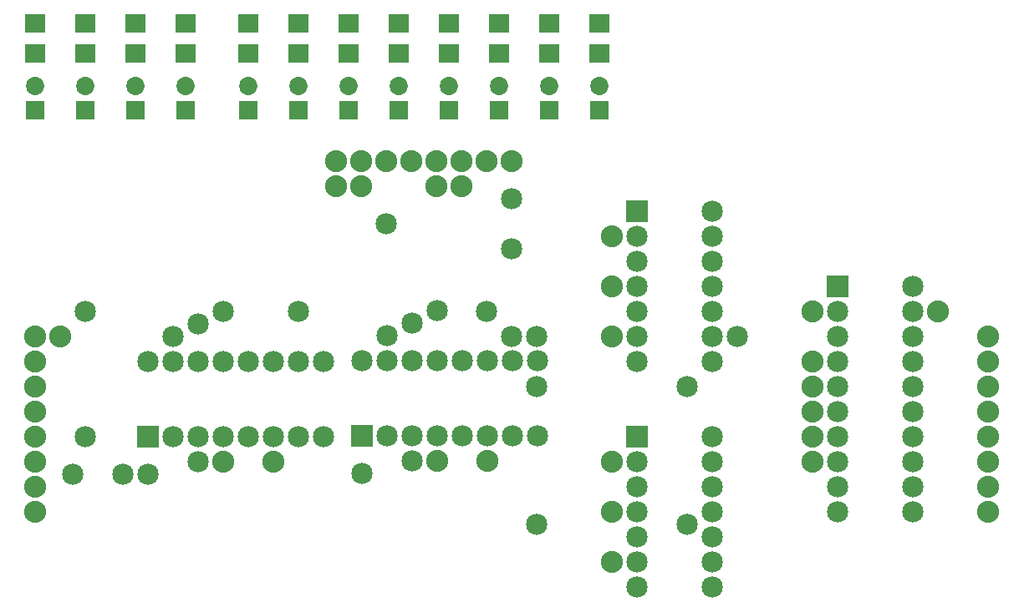
<source format=gbs>
G04 MADE WITH FRITZING*
G04 WWW.FRITZING.ORG*
G04 SINGLE SIDED*
G04 HOLES NOT PLATED*
G04 CONTOUR ON CENTER OF CONTOUR VECTOR*
%ASAXBY*%
%FSLAX23Y23*%
%MOIN*%
%OFA0B0*%
%SFA1.0B1.0*%
%ADD10C,0.085000*%
%ADD11C,0.088000*%
%ADD12C,0.072992*%
%ADD13R,0.085000X0.085000*%
%ADD14R,0.072992X0.072992*%
%ADD15R,0.084803X0.072992*%
%LNMASK0*%
G90*
G70*
G54D10*
X1666Y777D03*
X1666Y1077D03*
X1766Y777D03*
X1766Y1077D03*
X1866Y777D03*
X1866Y1077D03*
X1966Y777D03*
X1966Y1077D03*
X2066Y777D03*
X2066Y1077D03*
X2166Y777D03*
X2166Y1077D03*
X2266Y777D03*
X2266Y1077D03*
X2366Y777D03*
X2366Y1077D03*
X814Y776D03*
X814Y1076D03*
X914Y776D03*
X914Y1076D03*
X1014Y776D03*
X1014Y1076D03*
X1114Y776D03*
X1114Y1076D03*
X1214Y776D03*
X1214Y1076D03*
X1314Y776D03*
X1314Y1076D03*
X1414Y776D03*
X1414Y1076D03*
X1514Y776D03*
X1514Y1076D03*
X2764Y1676D03*
X3064Y1676D03*
X2764Y1576D03*
X3064Y1576D03*
X2764Y1476D03*
X3064Y1476D03*
X2764Y1376D03*
X3064Y1376D03*
X2764Y1276D03*
X3064Y1276D03*
X2764Y1176D03*
X3064Y1176D03*
X2764Y1076D03*
X3064Y1076D03*
X2764Y776D03*
X3064Y776D03*
X2764Y676D03*
X3064Y676D03*
X2764Y576D03*
X3064Y576D03*
X2764Y476D03*
X3064Y476D03*
X2764Y376D03*
X3064Y376D03*
X2764Y276D03*
X3064Y276D03*
X2764Y176D03*
X3064Y176D03*
X1114Y1276D03*
X1966Y1277D03*
X1014Y1226D03*
X1866Y1227D03*
X914Y1176D03*
X1766Y1177D03*
X1014Y676D03*
X1866Y677D03*
X814Y626D03*
X1666Y627D03*
G54D11*
X364Y1176D03*
X364Y1076D03*
X364Y976D03*
X364Y876D03*
X364Y776D03*
X364Y676D03*
X364Y576D03*
X364Y476D03*
X3464Y1276D03*
X2664Y1176D03*
X2664Y1376D03*
X2664Y1576D03*
X2664Y276D03*
X2664Y476D03*
X2664Y676D03*
X3464Y876D03*
X3464Y776D03*
X3464Y676D03*
X4164Y476D03*
X4164Y576D03*
X4164Y676D03*
X4164Y776D03*
X4164Y876D03*
X4164Y976D03*
X4164Y1076D03*
X4164Y1176D03*
X2166Y677D03*
X1966Y677D03*
X1314Y676D03*
X1114Y676D03*
X1964Y1776D03*
X2064Y1776D03*
X1564Y1776D03*
X1664Y1776D03*
X1564Y1876D03*
X1664Y1876D03*
X1764Y1876D03*
X1864Y1876D03*
X1964Y1876D03*
X2064Y1876D03*
X2164Y1876D03*
X2264Y1876D03*
G54D10*
X1414Y1276D03*
X1764Y1626D03*
X2964Y976D03*
X2364Y976D03*
X514Y626D03*
X714Y626D03*
X2964Y426D03*
X2364Y426D03*
X3164Y1176D03*
X2364Y1176D03*
X2164Y1276D03*
X2264Y1726D03*
X2264Y1176D03*
X2263Y1526D03*
X3564Y1376D03*
X3864Y1376D03*
X3564Y1276D03*
X3864Y1276D03*
X3564Y1176D03*
X3864Y1176D03*
X3564Y1076D03*
X3864Y1076D03*
X3564Y976D03*
X3864Y976D03*
X3564Y876D03*
X3864Y876D03*
X3564Y776D03*
X3864Y776D03*
X3564Y676D03*
X3864Y676D03*
X3564Y576D03*
X3864Y576D03*
X3564Y476D03*
X3864Y476D03*
G54D11*
X3464Y1076D03*
X3464Y976D03*
X464Y1176D03*
X3964Y1276D03*
G54D12*
X364Y2078D03*
X364Y2176D03*
X564Y2078D03*
X564Y2176D03*
X764Y2078D03*
X764Y2176D03*
X964Y2078D03*
X964Y2176D03*
X1214Y2078D03*
X1214Y2176D03*
X1414Y2078D03*
X1414Y2176D03*
X2014Y2078D03*
X2014Y2176D03*
X1814Y2078D03*
X1814Y2176D03*
X1614Y2078D03*
X1614Y2176D03*
X2214Y2078D03*
X2214Y2176D03*
X2414Y2078D03*
X2414Y2176D03*
X2614Y2078D03*
X2614Y2176D03*
G54D10*
X564Y776D03*
X564Y1276D03*
G54D13*
X1666Y777D03*
X814Y776D03*
X2764Y1676D03*
X2764Y776D03*
X3564Y1376D03*
G54D14*
X364Y2078D03*
X564Y2078D03*
X764Y2078D03*
X964Y2078D03*
X1214Y2078D03*
X1414Y2078D03*
X2014Y2078D03*
X1814Y2078D03*
X1614Y2078D03*
X2214Y2078D03*
X2414Y2078D03*
X2614Y2078D03*
G54D15*
X2614Y2426D03*
X2614Y2304D03*
X2414Y2426D03*
X2414Y2304D03*
X2214Y2426D03*
X2214Y2304D03*
X2014Y2426D03*
X2014Y2304D03*
X1814Y2426D03*
X1814Y2304D03*
X1614Y2426D03*
X1614Y2304D03*
X1414Y2426D03*
X1414Y2304D03*
X1214Y2426D03*
X1214Y2304D03*
X364Y2426D03*
X364Y2304D03*
X564Y2426D03*
X564Y2304D03*
X764Y2426D03*
X764Y2304D03*
X964Y2426D03*
X964Y2304D03*
G04 End of Mask0*
M02*
</source>
